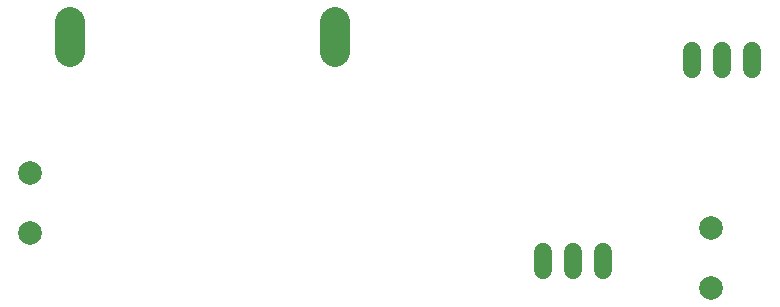
<source format=gbr>
G04 EAGLE Gerber RS-274X export*
G75*
%MOMM*%
%FSLAX34Y34*%
%LPD*%
%INBottom Copper*%
%IPPOS*%
%AMOC8*
5,1,8,0,0,1.08239X$1,22.5*%
G01*
%ADD10C,2.000000*%
%ADD11C,1.524000*%
%ADD12C,1.508000*%
%ADD13C,2.540000*%


D10*
X54360Y166586D03*
X54360Y115786D03*
D11*
X665480Y254000D02*
X665480Y269240D01*
X640080Y269240D02*
X640080Y254000D01*
X614680Y254000D02*
X614680Y269240D01*
D10*
X630810Y69009D03*
X630810Y119809D03*
D12*
X539115Y98980D02*
X539115Y83900D01*
X513715Y83900D02*
X513715Y98980D01*
X488315Y98980D02*
X488315Y83900D01*
D13*
X87503Y268605D02*
X87503Y294005D01*
X312547Y294005D02*
X312547Y268605D01*
M02*

</source>
